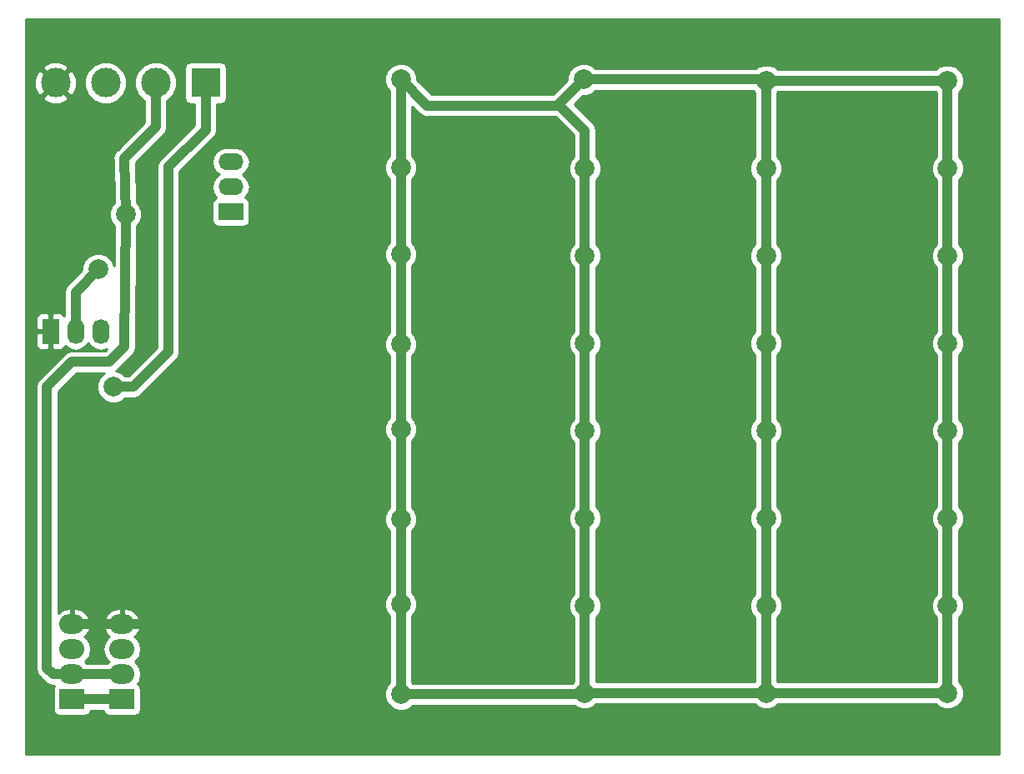
<source format=gbr>
G04 #@! TF.GenerationSoftware,KiCad,Pcbnew,5.0.0-fee4fd1~66~ubuntu18.04.1*
G04 #@! TF.CreationDate,2018-10-08T14:25:46+08:00*
G04 #@! TF.ProjectId,ws2812-stm32-interface,7773323831322D73746D33322D696E74,rev?*
G04 #@! TF.SameCoordinates,Original*
G04 #@! TF.FileFunction,Copper,L2,Bot,Signal*
G04 #@! TF.FilePolarity,Positive*
%FSLAX46Y46*%
G04 Gerber Fmt 4.6, Leading zero omitted, Abs format (unit mm)*
G04 Created by KiCad (PCBNEW 5.0.0-fee4fd1~66~ubuntu18.04.1) date Mon Oct  8 14:25:46 2018*
%MOMM*%
%LPD*%
G01*
G04 APERTURE LIST*
G04 #@! TA.AperFunction,ComponentPad*
%ADD10O,2.540000X1.700000*%
G04 #@! TD*
G04 #@! TA.AperFunction,ComponentPad*
%ADD11R,2.500000X1.700000*%
G04 #@! TD*
G04 #@! TA.AperFunction,ComponentPad*
%ADD12R,2.540000X2.000000*%
G04 #@! TD*
G04 #@! TA.AperFunction,ComponentPad*
%ADD13O,2.540000X2.000000*%
G04 #@! TD*
G04 #@! TA.AperFunction,ComponentPad*
%ADD14C,3.000000*%
G04 #@! TD*
G04 #@! TA.AperFunction,ComponentPad*
%ADD15R,3.000000X3.000000*%
G04 #@! TD*
G04 #@! TA.AperFunction,ComponentPad*
%ADD16O,1.700000X2.540000*%
G04 #@! TD*
G04 #@! TA.AperFunction,ComponentPad*
%ADD17R,1.700000X2.500000*%
G04 #@! TD*
G04 #@! TA.AperFunction,ViaPad*
%ADD18C,2.000000*%
G04 #@! TD*
G04 #@! TA.AperFunction,Conductor*
%ADD19C,1.000000*%
G04 #@! TD*
G04 #@! TA.AperFunction,Conductor*
%ADD20C,0.254000*%
G04 #@! TD*
G04 APERTURE END LIST*
D10*
G04 #@! TO.P,JP1,3*
G04 #@! TO.N,/PWM_TO_LED*
X35814000Y-29210000D03*
G04 #@! TO.P,JP1,2*
G04 #@! TO.N,/led_array/WS2812_DIN*
X35814000Y-31750000D03*
D11*
G04 #@! TO.P,JP1,1*
G04 #@! TO.N,Net-(J4-Pad3)*
X35814000Y-34290000D03*
G04 #@! TD*
D12*
G04 #@! TO.P,J3,1*
G04 #@! TO.N,V_EXT_LED*
X19685000Y-83820000D03*
D13*
G04 #@! TO.P,J3,2*
G04 #@! TO.N,VCC*
X19685000Y-81280000D03*
G04 #@! TO.P,J3,3*
G04 #@! TO.N,/led_array/WS2812_DOUT*
X19685000Y-78740000D03*
G04 #@! TO.P,J3,4*
G04 #@! TO.N,GND*
X19685000Y-76200000D03*
G04 #@! TD*
G04 #@! TO.P,J4,4*
G04 #@! TO.N,GND*
X24765000Y-76200000D03*
G04 #@! TO.P,J4,3*
G04 #@! TO.N,Net-(J4-Pad3)*
X24765000Y-78740000D03*
G04 #@! TO.P,J4,2*
G04 #@! TO.N,VCC*
X24765000Y-81280000D03*
D12*
G04 #@! TO.P,J4,1*
G04 #@! TO.N,V_EXT_LED*
X24765000Y-83820000D03*
G04 #@! TD*
D14*
G04 #@! TO.P,J2,4*
G04 #@! TO.N,GND*
X18020760Y-21174571D03*
D15*
G04 #@! TO.P,J2,1*
G04 #@! TO.N,V_EXT_LED*
X33260760Y-21174571D03*
D14*
G04 #@! TO.P,J2,3*
G04 #@! TO.N,/PWM_TO_LED*
X23100760Y-21174571D03*
G04 #@! TO.P,J2,2*
G04 #@! TO.N,VCC*
X28180760Y-21174571D03*
G04 #@! TD*
D16*
G04 #@! TO.P,J1,3*
G04 #@! TO.N,/MCU_LED_PWM*
X22590760Y-46424571D03*
G04 #@! TO.P,J1,2*
G04 #@! TO.N,+5V*
X20050760Y-46424571D03*
D17*
G04 #@! TO.P,J1,1*
G04 #@! TO.N,GND*
X17510760Y-46424571D03*
G04 #@! TD*
D18*
G04 #@! TO.N,+5V*
X22352000Y-40132000D03*
G04 #@! TO.N,GND*
X43942000Y-20828000D03*
X62230000Y-20828000D03*
X43942000Y-29972000D03*
X43942000Y-83312000D03*
X43942000Y-74676000D03*
X43942000Y-65532000D03*
X43942000Y-56388000D03*
X43942000Y-47752000D03*
X43942000Y-38608000D03*
X62230000Y-56515000D03*
X80645000Y-56515000D03*
X99060000Y-56515000D03*
X62230000Y-38735000D03*
X80645000Y-38735000D03*
X99060000Y-38735000D03*
X62230000Y-74295000D03*
X80645000Y-74295000D03*
X99060000Y-74295000D03*
G04 #@! TO.N,VCC*
X71628000Y-20828000D03*
X53086000Y-20828000D03*
X53086000Y-29754285D03*
X53086000Y-83312000D03*
X53086000Y-38608000D03*
X53086000Y-47752000D03*
X53086000Y-56388000D03*
X53086000Y-65532000D03*
X53086000Y-74168000D03*
X71755000Y-29845000D03*
X71755000Y-38735000D03*
X71755000Y-47625000D03*
X71755000Y-56515000D03*
X71755000Y-65405000D03*
X71755000Y-74295000D03*
X71755000Y-83185000D03*
X90170000Y-20955000D03*
X108585000Y-20955000D03*
X90170000Y-29845000D03*
X90170000Y-38735000D03*
X90170000Y-47625000D03*
X90170000Y-56515000D03*
X90170000Y-65405000D03*
X90170000Y-74295000D03*
X90170000Y-83185000D03*
X108585000Y-29845000D03*
X108585000Y-38735000D03*
X108585000Y-47625000D03*
X108585000Y-56515000D03*
X108585000Y-65405000D03*
X108585000Y-74295000D03*
X108585000Y-83185000D03*
X25146000Y-34544000D03*
G04 #@! TO.N,V_EXT_LED*
X23876000Y-52070000D03*
G04 #@! TD*
D19*
G04 #@! TO.N,+5V*
X20050760Y-42433240D02*
X22352000Y-40132000D01*
X20050760Y-46424571D02*
X20050760Y-42433240D01*
G04 #@! TO.N,GND*
X43942000Y-20828000D02*
X43942000Y-18796000D01*
X43942000Y-18796000D02*
X44450000Y-18288000D01*
X62230000Y-18796000D02*
X62230000Y-20828000D01*
X43942000Y-20828000D02*
X43942000Y-29972000D01*
X43942000Y-74676000D02*
X43942000Y-83312000D01*
X43942000Y-65532000D02*
X43942000Y-74676000D01*
X43942000Y-56388000D02*
X43942000Y-65532000D01*
X43942000Y-47752000D02*
X43942000Y-56388000D01*
X43942000Y-29972000D02*
X43942000Y-38608000D01*
X43942000Y-38608000D02*
X43942000Y-47752000D01*
X30226000Y-83312000D02*
X43942000Y-83312000D01*
X28194000Y-81280000D02*
X30226000Y-83312000D01*
X62230000Y-20828000D02*
X62230000Y-18288000D01*
X62230000Y-18288000D02*
X61214000Y-17272000D01*
X45466000Y-17272000D02*
X43942000Y-18796000D01*
X61214000Y-17272000D02*
X45466000Y-17272000D01*
X19685000Y-76200000D02*
X24765000Y-76200000D01*
X26924000Y-76200000D02*
X28194000Y-77470000D01*
X24765000Y-76200000D02*
X26924000Y-76200000D01*
X28194000Y-77470000D02*
X28194000Y-81280000D01*
X23114000Y-76200000D02*
X20574000Y-76200000D01*
G04 #@! TO.N,VCC*
X53086000Y-20828000D02*
X53086000Y-22860000D01*
X53086000Y-20828000D02*
X53086000Y-29754285D01*
X53086000Y-29754285D02*
X53086000Y-38608000D01*
X53086000Y-38608000D02*
X53086000Y-47752000D01*
X53086000Y-47752000D02*
X53086000Y-56388000D01*
X53086000Y-56388000D02*
X53086000Y-65532000D01*
X53086000Y-65532000D02*
X53086000Y-74168000D01*
X53086000Y-74168000D02*
X53086000Y-83312000D01*
X71628000Y-29718000D02*
X71755000Y-29845000D01*
X55753000Y-23495000D02*
X53086000Y-20828000D01*
X71755000Y-29845000D02*
X71755000Y-38735000D01*
X71755000Y-38735000D02*
X71755000Y-47625000D01*
X71755000Y-47625000D02*
X71755000Y-56515000D01*
X71755000Y-56515000D02*
X71755000Y-65405000D01*
X71755000Y-65405000D02*
X71755000Y-74295000D01*
X71755000Y-74295000D02*
X71755000Y-83185000D01*
X68961000Y-23495000D02*
X71628000Y-20828000D01*
X64770000Y-23495000D02*
X68961000Y-23495000D01*
X64770000Y-23495000D02*
X55753000Y-23495000D01*
X69215000Y-23495000D02*
X71755000Y-26035000D01*
X64770000Y-23495000D02*
X69215000Y-23495000D01*
X71755000Y-29845000D02*
X71755000Y-26035000D01*
X71628000Y-20828000D02*
X90043000Y-20828000D01*
X90043000Y-20828000D02*
X90170000Y-20955000D01*
X90170000Y-20955000D02*
X108585000Y-20955000D01*
X90170000Y-20955000D02*
X90170000Y-29845000D01*
X90170000Y-29845000D02*
X90170000Y-38735000D01*
X90170000Y-38735000D02*
X90170000Y-47625000D01*
X90170000Y-47625000D02*
X90170000Y-56515000D01*
X90170000Y-56515000D02*
X90170000Y-65405000D01*
X90170000Y-65405000D02*
X90170000Y-74295000D01*
X90170000Y-74295000D02*
X90170000Y-83185000D01*
X108585000Y-20955000D02*
X108585000Y-29845000D01*
X108585000Y-29845000D02*
X108585000Y-38735000D01*
X108585000Y-38735000D02*
X108585000Y-47625000D01*
X108585000Y-47625000D02*
X108585000Y-56515000D01*
X108585000Y-56515000D02*
X108585000Y-65405000D01*
X108585000Y-65405000D02*
X108585000Y-74295000D01*
X108585000Y-74295000D02*
X108585000Y-83185000D01*
X71628000Y-83312000D02*
X71755000Y-83185000D01*
X53086000Y-83312000D02*
X71628000Y-83312000D01*
X71755000Y-83185000D02*
X90170000Y-83185000D01*
X90170000Y-83185000D02*
X108585000Y-83185000D01*
X19685000Y-81280000D02*
X24765000Y-81280000D01*
X17780000Y-81280000D02*
X19685000Y-81280000D01*
X17145000Y-80645000D02*
X17780000Y-81280000D01*
X17145000Y-52070000D02*
X17145000Y-80645000D01*
X19685000Y-49530000D02*
X17145000Y-52070000D01*
X25010760Y-48014240D02*
X23495000Y-49530000D01*
X25146000Y-34544000D02*
X25010760Y-28824000D01*
X25010760Y-28824000D02*
X28180760Y-25654000D01*
X28180760Y-25654000D02*
X28180760Y-21174571D01*
X23495000Y-49530000D02*
X19685000Y-49530000D01*
X25146000Y-34544000D02*
X25010760Y-48014240D01*
G04 #@! TO.N,V_EXT_LED*
X19685000Y-83820000D02*
X24765000Y-83820000D01*
X29464000Y-48514000D02*
X25908000Y-52070000D01*
X29464000Y-29718000D02*
X29464000Y-48514000D01*
X33260760Y-21174571D02*
X33260760Y-25921240D01*
X25908000Y-52070000D02*
X23876000Y-52070000D01*
X33260760Y-25921240D02*
X29464000Y-29718000D01*
G04 #@! TD*
D20*
G04 #@! TO.N,GND*
G36*
X113792000Y-89408000D02*
X14986000Y-89408000D01*
X14986000Y-52070000D01*
X15987765Y-52070000D01*
X16010000Y-52181783D01*
X16010001Y-80533212D01*
X15987765Y-80645000D01*
X16075854Y-81087854D01*
X16075855Y-81087855D01*
X16326712Y-81463289D01*
X16421480Y-81526611D01*
X16898387Y-82003518D01*
X16961711Y-82098289D01*
X17337145Y-82349146D01*
X17780000Y-82437235D01*
X17891783Y-82415000D01*
X17921905Y-82415000D01*
X17816843Y-82572235D01*
X17767560Y-82820000D01*
X17767560Y-84820000D01*
X17816843Y-85067765D01*
X17957191Y-85277809D01*
X18167235Y-85418157D01*
X18415000Y-85467440D01*
X20955000Y-85467440D01*
X21202765Y-85418157D01*
X21412809Y-85277809D01*
X21553157Y-85067765D01*
X21575587Y-84955000D01*
X22874413Y-84955000D01*
X22896843Y-85067765D01*
X23037191Y-85277809D01*
X23247235Y-85418157D01*
X23495000Y-85467440D01*
X26035000Y-85467440D01*
X26282765Y-85418157D01*
X26492809Y-85277809D01*
X26633157Y-85067765D01*
X26682440Y-84820000D01*
X26682440Y-82820000D01*
X26633157Y-82572235D01*
X26492809Y-82362191D01*
X26344511Y-82263100D01*
X26575136Y-81917945D01*
X26702031Y-81280000D01*
X26575136Y-80642055D01*
X26213769Y-80101231D01*
X26077232Y-80010000D01*
X26213769Y-79918769D01*
X26575136Y-79377945D01*
X26702031Y-78740000D01*
X26575136Y-78102055D01*
X26213769Y-77561231D01*
X26047371Y-77450048D01*
X26280922Y-77266317D01*
X26594144Y-76708355D01*
X26625124Y-76580434D01*
X26505777Y-76327000D01*
X24892000Y-76327000D01*
X24892000Y-76347000D01*
X24638000Y-76347000D01*
X24638000Y-76327000D01*
X23024223Y-76327000D01*
X22904876Y-76580434D01*
X22935856Y-76708355D01*
X23249078Y-77266317D01*
X23482629Y-77450048D01*
X23316231Y-77561231D01*
X22954864Y-78102055D01*
X22827969Y-78740000D01*
X22954864Y-79377945D01*
X23316231Y-79918769D01*
X23452768Y-80010000D01*
X23316231Y-80101231D01*
X23286985Y-80145000D01*
X21163015Y-80145000D01*
X21133769Y-80101231D01*
X20997232Y-80010000D01*
X21133769Y-79918769D01*
X21495136Y-79377945D01*
X21622031Y-78740000D01*
X21495136Y-78102055D01*
X21133769Y-77561231D01*
X20967371Y-77450048D01*
X21200922Y-77266317D01*
X21514144Y-76708355D01*
X21545124Y-76580434D01*
X21425777Y-76327000D01*
X19812000Y-76327000D01*
X19812000Y-76347000D01*
X19558000Y-76347000D01*
X19558000Y-76327000D01*
X19538000Y-76327000D01*
X19538000Y-76073000D01*
X19558000Y-76073000D01*
X19558000Y-74565000D01*
X19812000Y-74565000D01*
X19812000Y-76073000D01*
X21425777Y-76073000D01*
X21545124Y-75819566D01*
X22904876Y-75819566D01*
X23024223Y-76073000D01*
X24638000Y-76073000D01*
X24638000Y-74565000D01*
X24892000Y-74565000D01*
X24892000Y-76073000D01*
X26505777Y-76073000D01*
X26625124Y-75819566D01*
X26594144Y-75691645D01*
X26280922Y-75133683D01*
X25778020Y-74738058D01*
X25162000Y-74565000D01*
X24892000Y-74565000D01*
X24638000Y-74565000D01*
X24368000Y-74565000D01*
X23751980Y-74738058D01*
X23249078Y-75133683D01*
X22935856Y-75691645D01*
X22904876Y-75819566D01*
X21545124Y-75819566D01*
X21514144Y-75691645D01*
X21200922Y-75133683D01*
X20698020Y-74738058D01*
X20082000Y-74565000D01*
X19812000Y-74565000D01*
X19558000Y-74565000D01*
X19288000Y-74565000D01*
X18671980Y-74738058D01*
X18280000Y-75046422D01*
X18280000Y-52540131D01*
X20155132Y-50665000D01*
X22995509Y-50665000D01*
X22949847Y-50683914D01*
X22489914Y-51143847D01*
X22241000Y-51744778D01*
X22241000Y-52395222D01*
X22489914Y-52996153D01*
X22949847Y-53456086D01*
X23550778Y-53705000D01*
X24201222Y-53705000D01*
X24802153Y-53456086D01*
X25053239Y-53205000D01*
X25796217Y-53205000D01*
X25908000Y-53227235D01*
X26019783Y-53205000D01*
X26350855Y-53139146D01*
X26726289Y-52888289D01*
X26789613Y-52793518D01*
X30187521Y-49395611D01*
X30282289Y-49332289D01*
X30533146Y-48956855D01*
X30599000Y-48625783D01*
X30621235Y-48514001D01*
X30599000Y-48402219D01*
X30599000Y-30188131D01*
X31577131Y-29210000D01*
X33879908Y-29210000D01*
X33995161Y-29789418D01*
X34323375Y-30280625D01*
X34621761Y-30480000D01*
X34323375Y-30679375D01*
X33995161Y-31170582D01*
X33879908Y-31750000D01*
X33995161Y-32329418D01*
X34323375Y-32820625D01*
X34346207Y-32835881D01*
X34316235Y-32841843D01*
X34106191Y-32982191D01*
X33965843Y-33192235D01*
X33916560Y-33440000D01*
X33916560Y-35140000D01*
X33965843Y-35387765D01*
X34106191Y-35597809D01*
X34316235Y-35738157D01*
X34564000Y-35787440D01*
X37064000Y-35787440D01*
X37311765Y-35738157D01*
X37521809Y-35597809D01*
X37662157Y-35387765D01*
X37711440Y-35140000D01*
X37711440Y-33440000D01*
X37662157Y-33192235D01*
X37521809Y-32982191D01*
X37311765Y-32841843D01*
X37281793Y-32835881D01*
X37304625Y-32820625D01*
X37632839Y-32329418D01*
X37748092Y-31750000D01*
X37632839Y-31170582D01*
X37304625Y-30679375D01*
X37006239Y-30480000D01*
X37304625Y-30280625D01*
X37632839Y-29789418D01*
X37748092Y-29210000D01*
X37632839Y-28630582D01*
X37304625Y-28139375D01*
X36813418Y-27811161D01*
X36380256Y-27725000D01*
X35247744Y-27725000D01*
X34814582Y-27811161D01*
X34323375Y-28139375D01*
X33995161Y-28630582D01*
X33879908Y-29210000D01*
X31577131Y-29210000D01*
X33984284Y-26802849D01*
X34079049Y-26739529D01*
X34329906Y-26364095D01*
X34395760Y-26033023D01*
X34417995Y-25921241D01*
X34395760Y-25809459D01*
X34395760Y-23322011D01*
X34760760Y-23322011D01*
X35008525Y-23272728D01*
X35218569Y-23132380D01*
X35358917Y-22922336D01*
X35408200Y-22674571D01*
X35408200Y-20502778D01*
X51451000Y-20502778D01*
X51451000Y-21153222D01*
X51699914Y-21754153D01*
X51951000Y-22005239D01*
X51951001Y-28577045D01*
X51699914Y-28828132D01*
X51451000Y-29429063D01*
X51451000Y-30079507D01*
X51699914Y-30680438D01*
X51951000Y-30931524D01*
X51951001Y-37430760D01*
X51699914Y-37681847D01*
X51451000Y-38282778D01*
X51451000Y-38933222D01*
X51699914Y-39534153D01*
X51951000Y-39785239D01*
X51951001Y-46574760D01*
X51699914Y-46825847D01*
X51451000Y-47426778D01*
X51451000Y-48077222D01*
X51699914Y-48678153D01*
X51951000Y-48929239D01*
X51951001Y-55210760D01*
X51699914Y-55461847D01*
X51451000Y-56062778D01*
X51451000Y-56713222D01*
X51699914Y-57314153D01*
X51951000Y-57565239D01*
X51951001Y-64354760D01*
X51699914Y-64605847D01*
X51451000Y-65206778D01*
X51451000Y-65857222D01*
X51699914Y-66458153D01*
X51951000Y-66709239D01*
X51951001Y-72990760D01*
X51699914Y-73241847D01*
X51451000Y-73842778D01*
X51451000Y-74493222D01*
X51699914Y-75094153D01*
X51951000Y-75345239D01*
X51951001Y-82134760D01*
X51699914Y-82385847D01*
X51451000Y-82986778D01*
X51451000Y-83637222D01*
X51699914Y-84238153D01*
X52159847Y-84698086D01*
X52760778Y-84947000D01*
X53411222Y-84947000D01*
X54012153Y-84698086D01*
X54263239Y-84447000D01*
X70704761Y-84447000D01*
X70828847Y-84571086D01*
X71429778Y-84820000D01*
X72080222Y-84820000D01*
X72681153Y-84571086D01*
X72932239Y-84320000D01*
X88992761Y-84320000D01*
X89243847Y-84571086D01*
X89844778Y-84820000D01*
X90495222Y-84820000D01*
X91096153Y-84571086D01*
X91347239Y-84320000D01*
X107407761Y-84320000D01*
X107658847Y-84571086D01*
X108259778Y-84820000D01*
X108910222Y-84820000D01*
X109511153Y-84571086D01*
X109971086Y-84111153D01*
X110220000Y-83510222D01*
X110220000Y-82859778D01*
X109971086Y-82258847D01*
X109720000Y-82007761D01*
X109720000Y-75472239D01*
X109971086Y-75221153D01*
X110220000Y-74620222D01*
X110220000Y-73969778D01*
X109971086Y-73368847D01*
X109720000Y-73117761D01*
X109720000Y-66582239D01*
X109971086Y-66331153D01*
X110220000Y-65730222D01*
X110220000Y-65079778D01*
X109971086Y-64478847D01*
X109720000Y-64227761D01*
X109720000Y-57692239D01*
X109971086Y-57441153D01*
X110220000Y-56840222D01*
X110220000Y-56189778D01*
X109971086Y-55588847D01*
X109720000Y-55337761D01*
X109720000Y-48802239D01*
X109971086Y-48551153D01*
X110220000Y-47950222D01*
X110220000Y-47299778D01*
X109971086Y-46698847D01*
X109720000Y-46447761D01*
X109720000Y-39912239D01*
X109971086Y-39661153D01*
X110220000Y-39060222D01*
X110220000Y-38409778D01*
X109971086Y-37808847D01*
X109720000Y-37557761D01*
X109720000Y-31022239D01*
X109971086Y-30771153D01*
X110220000Y-30170222D01*
X110220000Y-29519778D01*
X109971086Y-28918847D01*
X109720000Y-28667761D01*
X109720000Y-22132239D01*
X109971086Y-21881153D01*
X110220000Y-21280222D01*
X110220000Y-20629778D01*
X109971086Y-20028847D01*
X109511153Y-19568914D01*
X108910222Y-19320000D01*
X108259778Y-19320000D01*
X107658847Y-19568914D01*
X107407761Y-19820000D01*
X91347239Y-19820000D01*
X91096153Y-19568914D01*
X90495222Y-19320000D01*
X89844778Y-19320000D01*
X89243847Y-19568914D01*
X89119761Y-19693000D01*
X72805239Y-19693000D01*
X72554153Y-19441914D01*
X71953222Y-19193000D01*
X71302778Y-19193000D01*
X70701847Y-19441914D01*
X70241914Y-19901847D01*
X69993000Y-20502778D01*
X69993000Y-20857868D01*
X68490869Y-22360000D01*
X56223133Y-22360000D01*
X54721000Y-20857868D01*
X54721000Y-20502778D01*
X54472086Y-19901847D01*
X54012153Y-19441914D01*
X53411222Y-19193000D01*
X52760778Y-19193000D01*
X52159847Y-19441914D01*
X51699914Y-19901847D01*
X51451000Y-20502778D01*
X35408200Y-20502778D01*
X35408200Y-19674571D01*
X35358917Y-19426806D01*
X35218569Y-19216762D01*
X35008525Y-19076414D01*
X34760760Y-19027131D01*
X31760760Y-19027131D01*
X31512995Y-19076414D01*
X31302951Y-19216762D01*
X31162603Y-19426806D01*
X31113320Y-19674571D01*
X31113320Y-22674571D01*
X31162603Y-22922336D01*
X31302951Y-23132380D01*
X31512995Y-23272728D01*
X31760760Y-23322011D01*
X32125760Y-23322011D01*
X32125761Y-25451106D01*
X28740482Y-28836387D01*
X28645711Y-28899711D01*
X28438383Y-29210000D01*
X28394854Y-29275146D01*
X28306765Y-29718000D01*
X28329000Y-29829783D01*
X28329001Y-48043867D01*
X25437869Y-50935000D01*
X25053239Y-50935000D01*
X24802153Y-50683914D01*
X24201222Y-50435000D01*
X24183517Y-50435000D01*
X24313289Y-50348289D01*
X24376613Y-50253518D01*
X25730214Y-48899918D01*
X25820792Y-48840702D01*
X25888302Y-48741830D01*
X25892368Y-48737764D01*
X25951302Y-48649564D01*
X26075406Y-48467806D01*
X26076619Y-48462013D01*
X26079905Y-48457095D01*
X26122840Y-48241247D01*
X26144580Y-48137412D01*
X26144638Y-48131665D01*
X26167995Y-48014241D01*
X26146882Y-47908101D01*
X26269118Y-35733121D01*
X26532086Y-35470153D01*
X26781000Y-34869222D01*
X26781000Y-34218778D01*
X26532086Y-33617847D01*
X26252817Y-33338578D01*
X26156928Y-29282963D01*
X28904281Y-26535610D01*
X28999049Y-26472289D01*
X29249906Y-26096855D01*
X29315760Y-25765783D01*
X29315760Y-25765782D01*
X29337995Y-25654000D01*
X29315760Y-25542217D01*
X29315760Y-23015346D01*
X29390140Y-22984537D01*
X29990726Y-22383951D01*
X30315760Y-21599249D01*
X30315760Y-20749893D01*
X29990726Y-19965191D01*
X29390140Y-19364605D01*
X28605438Y-19039571D01*
X27756082Y-19039571D01*
X26971380Y-19364605D01*
X26370794Y-19965191D01*
X26045760Y-20749893D01*
X26045760Y-21599249D01*
X26370794Y-22383951D01*
X26971380Y-22984537D01*
X27045761Y-23015346D01*
X27045760Y-25183868D01*
X24277672Y-27951957D01*
X24173358Y-28025282D01*
X24059580Y-28204598D01*
X23941614Y-28381146D01*
X23938899Y-28394793D01*
X23931446Y-28406540D01*
X23894955Y-28615716D01*
X23853525Y-28824000D01*
X23878400Y-28949053D01*
X23983500Y-33394261D01*
X23759914Y-33617847D01*
X23511000Y-34218778D01*
X23511000Y-34869222D01*
X23759914Y-35470153D01*
X23999242Y-35709481D01*
X23958789Y-39738671D01*
X23738086Y-39205847D01*
X23278153Y-38745914D01*
X22677222Y-38497000D01*
X22026778Y-38497000D01*
X21425847Y-38745914D01*
X20965914Y-39205847D01*
X20717000Y-39806778D01*
X20717000Y-40161868D01*
X19327240Y-41551629D01*
X19232472Y-41614951D01*
X19046845Y-41892762D01*
X18981614Y-41990386D01*
X18893525Y-42433240D01*
X18915761Y-42545028D01*
X18915760Y-44855126D01*
X18899087Y-44814873D01*
X18720459Y-44636244D01*
X18487070Y-44539571D01*
X17796510Y-44539571D01*
X17637760Y-44698321D01*
X17637760Y-46297571D01*
X17657760Y-46297571D01*
X17657760Y-46551571D01*
X17637760Y-46551571D01*
X17637760Y-48150821D01*
X17796510Y-48309571D01*
X18487070Y-48309571D01*
X18720459Y-48212898D01*
X18899087Y-48034269D01*
X18960550Y-47885884D01*
X18980136Y-47915196D01*
X19471343Y-48243410D01*
X20050760Y-48358663D01*
X20630178Y-48243410D01*
X21121385Y-47915196D01*
X21320760Y-47616810D01*
X21520136Y-47915196D01*
X22011343Y-48243410D01*
X22590760Y-48358663D01*
X23170178Y-48243410D01*
X23189106Y-48230763D01*
X23024869Y-48395000D01*
X19796781Y-48395000D01*
X19684999Y-48372765D01*
X19573217Y-48395000D01*
X19242145Y-48460854D01*
X18866711Y-48711711D01*
X18803389Y-48806479D01*
X16421482Y-51188387D01*
X16326711Y-51251711D01*
X16075855Y-51627145D01*
X16075854Y-51627146D01*
X15987765Y-52070000D01*
X14986000Y-52070000D01*
X14986000Y-46710321D01*
X16025760Y-46710321D01*
X16025760Y-47800880D01*
X16122433Y-48034269D01*
X16301061Y-48212898D01*
X16534450Y-48309571D01*
X17225010Y-48309571D01*
X17383760Y-48150821D01*
X17383760Y-46551571D01*
X16184510Y-46551571D01*
X16025760Y-46710321D01*
X14986000Y-46710321D01*
X14986000Y-45048262D01*
X16025760Y-45048262D01*
X16025760Y-46138821D01*
X16184510Y-46297571D01*
X17383760Y-46297571D01*
X17383760Y-44698321D01*
X17225010Y-44539571D01*
X16534450Y-44539571D01*
X16301061Y-44636244D01*
X16122433Y-44814873D01*
X16025760Y-45048262D01*
X14986000Y-45048262D01*
X14986000Y-22688541D01*
X16686395Y-22688541D01*
X16846178Y-23007310D01*
X17636947Y-23317294D01*
X18486147Y-23301068D01*
X19195342Y-23007310D01*
X19355125Y-22688541D01*
X18020760Y-21354176D01*
X16686395Y-22688541D01*
X14986000Y-22688541D01*
X14986000Y-20790758D01*
X15878037Y-20790758D01*
X15894263Y-21639958D01*
X16188021Y-22349153D01*
X16506790Y-22508936D01*
X17841155Y-21174571D01*
X18200365Y-21174571D01*
X19534730Y-22508936D01*
X19853499Y-22349153D01*
X20163483Y-21558384D01*
X20148035Y-20749893D01*
X20965760Y-20749893D01*
X20965760Y-21599249D01*
X21290794Y-22383951D01*
X21891380Y-22984537D01*
X22676082Y-23309571D01*
X23525438Y-23309571D01*
X24310140Y-22984537D01*
X24910726Y-22383951D01*
X25235760Y-21599249D01*
X25235760Y-20749893D01*
X24910726Y-19965191D01*
X24310140Y-19364605D01*
X23525438Y-19039571D01*
X22676082Y-19039571D01*
X21891380Y-19364605D01*
X21290794Y-19965191D01*
X20965760Y-20749893D01*
X20148035Y-20749893D01*
X20147257Y-20709184D01*
X19853499Y-19999989D01*
X19534730Y-19840206D01*
X18200365Y-21174571D01*
X17841155Y-21174571D01*
X16506790Y-19840206D01*
X16188021Y-19999989D01*
X15878037Y-20790758D01*
X14986000Y-20790758D01*
X14986000Y-19660601D01*
X16686395Y-19660601D01*
X18020760Y-20994966D01*
X19355125Y-19660601D01*
X19195342Y-19341832D01*
X18404573Y-19031848D01*
X17555373Y-19048074D01*
X16846178Y-19341832D01*
X16686395Y-19660601D01*
X14986000Y-19660601D01*
X14986000Y-14732000D01*
X113792000Y-14732000D01*
X113792000Y-89408000D01*
X113792000Y-89408000D01*
G37*
X113792000Y-89408000D02*
X14986000Y-89408000D01*
X14986000Y-52070000D01*
X15987765Y-52070000D01*
X16010000Y-52181783D01*
X16010001Y-80533212D01*
X15987765Y-80645000D01*
X16075854Y-81087854D01*
X16075855Y-81087855D01*
X16326712Y-81463289D01*
X16421480Y-81526611D01*
X16898387Y-82003518D01*
X16961711Y-82098289D01*
X17337145Y-82349146D01*
X17780000Y-82437235D01*
X17891783Y-82415000D01*
X17921905Y-82415000D01*
X17816843Y-82572235D01*
X17767560Y-82820000D01*
X17767560Y-84820000D01*
X17816843Y-85067765D01*
X17957191Y-85277809D01*
X18167235Y-85418157D01*
X18415000Y-85467440D01*
X20955000Y-85467440D01*
X21202765Y-85418157D01*
X21412809Y-85277809D01*
X21553157Y-85067765D01*
X21575587Y-84955000D01*
X22874413Y-84955000D01*
X22896843Y-85067765D01*
X23037191Y-85277809D01*
X23247235Y-85418157D01*
X23495000Y-85467440D01*
X26035000Y-85467440D01*
X26282765Y-85418157D01*
X26492809Y-85277809D01*
X26633157Y-85067765D01*
X26682440Y-84820000D01*
X26682440Y-82820000D01*
X26633157Y-82572235D01*
X26492809Y-82362191D01*
X26344511Y-82263100D01*
X26575136Y-81917945D01*
X26702031Y-81280000D01*
X26575136Y-80642055D01*
X26213769Y-80101231D01*
X26077232Y-80010000D01*
X26213769Y-79918769D01*
X26575136Y-79377945D01*
X26702031Y-78740000D01*
X26575136Y-78102055D01*
X26213769Y-77561231D01*
X26047371Y-77450048D01*
X26280922Y-77266317D01*
X26594144Y-76708355D01*
X26625124Y-76580434D01*
X26505777Y-76327000D01*
X24892000Y-76327000D01*
X24892000Y-76347000D01*
X24638000Y-76347000D01*
X24638000Y-76327000D01*
X23024223Y-76327000D01*
X22904876Y-76580434D01*
X22935856Y-76708355D01*
X23249078Y-77266317D01*
X23482629Y-77450048D01*
X23316231Y-77561231D01*
X22954864Y-78102055D01*
X22827969Y-78740000D01*
X22954864Y-79377945D01*
X23316231Y-79918769D01*
X23452768Y-80010000D01*
X23316231Y-80101231D01*
X23286985Y-80145000D01*
X21163015Y-80145000D01*
X21133769Y-80101231D01*
X20997232Y-80010000D01*
X21133769Y-79918769D01*
X21495136Y-79377945D01*
X21622031Y-78740000D01*
X21495136Y-78102055D01*
X21133769Y-77561231D01*
X20967371Y-77450048D01*
X21200922Y-77266317D01*
X21514144Y-76708355D01*
X21545124Y-76580434D01*
X21425777Y-76327000D01*
X19812000Y-76327000D01*
X19812000Y-76347000D01*
X19558000Y-76347000D01*
X19558000Y-76327000D01*
X19538000Y-76327000D01*
X19538000Y-76073000D01*
X19558000Y-76073000D01*
X19558000Y-74565000D01*
X19812000Y-74565000D01*
X19812000Y-76073000D01*
X21425777Y-76073000D01*
X21545124Y-75819566D01*
X22904876Y-75819566D01*
X23024223Y-76073000D01*
X24638000Y-76073000D01*
X24638000Y-74565000D01*
X24892000Y-74565000D01*
X24892000Y-76073000D01*
X26505777Y-76073000D01*
X26625124Y-75819566D01*
X26594144Y-75691645D01*
X26280922Y-75133683D01*
X25778020Y-74738058D01*
X25162000Y-74565000D01*
X24892000Y-74565000D01*
X24638000Y-74565000D01*
X24368000Y-74565000D01*
X23751980Y-74738058D01*
X23249078Y-75133683D01*
X22935856Y-75691645D01*
X22904876Y-75819566D01*
X21545124Y-75819566D01*
X21514144Y-75691645D01*
X21200922Y-75133683D01*
X20698020Y-74738058D01*
X20082000Y-74565000D01*
X19812000Y-74565000D01*
X19558000Y-74565000D01*
X19288000Y-74565000D01*
X18671980Y-74738058D01*
X18280000Y-75046422D01*
X18280000Y-52540131D01*
X20155132Y-50665000D01*
X22995509Y-50665000D01*
X22949847Y-50683914D01*
X22489914Y-51143847D01*
X22241000Y-51744778D01*
X22241000Y-52395222D01*
X22489914Y-52996153D01*
X22949847Y-53456086D01*
X23550778Y-53705000D01*
X24201222Y-53705000D01*
X24802153Y-53456086D01*
X25053239Y-53205000D01*
X25796217Y-53205000D01*
X25908000Y-53227235D01*
X26019783Y-53205000D01*
X26350855Y-53139146D01*
X26726289Y-52888289D01*
X26789613Y-52793518D01*
X30187521Y-49395611D01*
X30282289Y-49332289D01*
X30533146Y-48956855D01*
X30599000Y-48625783D01*
X30621235Y-48514001D01*
X30599000Y-48402219D01*
X30599000Y-30188131D01*
X31577131Y-29210000D01*
X33879908Y-29210000D01*
X33995161Y-29789418D01*
X34323375Y-30280625D01*
X34621761Y-30480000D01*
X34323375Y-30679375D01*
X33995161Y-31170582D01*
X33879908Y-31750000D01*
X33995161Y-32329418D01*
X34323375Y-32820625D01*
X34346207Y-32835881D01*
X34316235Y-32841843D01*
X34106191Y-32982191D01*
X33965843Y-33192235D01*
X33916560Y-33440000D01*
X33916560Y-35140000D01*
X33965843Y-35387765D01*
X34106191Y-35597809D01*
X34316235Y-35738157D01*
X34564000Y-35787440D01*
X37064000Y-35787440D01*
X37311765Y-35738157D01*
X37521809Y-35597809D01*
X37662157Y-35387765D01*
X37711440Y-35140000D01*
X37711440Y-33440000D01*
X37662157Y-33192235D01*
X37521809Y-32982191D01*
X37311765Y-32841843D01*
X37281793Y-32835881D01*
X37304625Y-32820625D01*
X37632839Y-32329418D01*
X37748092Y-31750000D01*
X37632839Y-31170582D01*
X37304625Y-30679375D01*
X37006239Y-30480000D01*
X37304625Y-30280625D01*
X37632839Y-29789418D01*
X37748092Y-29210000D01*
X37632839Y-28630582D01*
X37304625Y-28139375D01*
X36813418Y-27811161D01*
X36380256Y-27725000D01*
X35247744Y-27725000D01*
X34814582Y-27811161D01*
X34323375Y-28139375D01*
X33995161Y-28630582D01*
X33879908Y-29210000D01*
X31577131Y-29210000D01*
X33984284Y-26802849D01*
X34079049Y-26739529D01*
X34329906Y-26364095D01*
X34395760Y-26033023D01*
X34417995Y-25921241D01*
X34395760Y-25809459D01*
X34395760Y-23322011D01*
X34760760Y-23322011D01*
X35008525Y-23272728D01*
X35218569Y-23132380D01*
X35358917Y-22922336D01*
X35408200Y-22674571D01*
X35408200Y-20502778D01*
X51451000Y-20502778D01*
X51451000Y-21153222D01*
X51699914Y-21754153D01*
X51951000Y-22005239D01*
X51951001Y-28577045D01*
X51699914Y-28828132D01*
X51451000Y-29429063D01*
X51451000Y-30079507D01*
X51699914Y-30680438D01*
X51951000Y-30931524D01*
X51951001Y-37430760D01*
X51699914Y-37681847D01*
X51451000Y-38282778D01*
X51451000Y-38933222D01*
X51699914Y-39534153D01*
X51951000Y-39785239D01*
X51951001Y-46574760D01*
X51699914Y-46825847D01*
X51451000Y-47426778D01*
X51451000Y-48077222D01*
X51699914Y-48678153D01*
X51951000Y-48929239D01*
X51951001Y-55210760D01*
X51699914Y-55461847D01*
X51451000Y-56062778D01*
X51451000Y-56713222D01*
X51699914Y-57314153D01*
X51951000Y-57565239D01*
X51951001Y-64354760D01*
X51699914Y-64605847D01*
X51451000Y-65206778D01*
X51451000Y-65857222D01*
X51699914Y-66458153D01*
X51951000Y-66709239D01*
X51951001Y-72990760D01*
X51699914Y-73241847D01*
X51451000Y-73842778D01*
X51451000Y-74493222D01*
X51699914Y-75094153D01*
X51951000Y-75345239D01*
X51951001Y-82134760D01*
X51699914Y-82385847D01*
X51451000Y-82986778D01*
X51451000Y-83637222D01*
X51699914Y-84238153D01*
X52159847Y-84698086D01*
X52760778Y-84947000D01*
X53411222Y-84947000D01*
X54012153Y-84698086D01*
X54263239Y-84447000D01*
X70704761Y-84447000D01*
X70828847Y-84571086D01*
X71429778Y-84820000D01*
X72080222Y-84820000D01*
X72681153Y-84571086D01*
X72932239Y-84320000D01*
X88992761Y-84320000D01*
X89243847Y-84571086D01*
X89844778Y-84820000D01*
X90495222Y-84820000D01*
X91096153Y-84571086D01*
X91347239Y-84320000D01*
X107407761Y-84320000D01*
X107658847Y-84571086D01*
X108259778Y-84820000D01*
X108910222Y-84820000D01*
X109511153Y-84571086D01*
X109971086Y-84111153D01*
X110220000Y-83510222D01*
X110220000Y-82859778D01*
X109971086Y-82258847D01*
X109720000Y-82007761D01*
X109720000Y-75472239D01*
X109971086Y-75221153D01*
X110220000Y-74620222D01*
X110220000Y-73969778D01*
X109971086Y-73368847D01*
X109720000Y-73117761D01*
X109720000Y-66582239D01*
X109971086Y-66331153D01*
X110220000Y-65730222D01*
X110220000Y-65079778D01*
X109971086Y-64478847D01*
X109720000Y-64227761D01*
X109720000Y-57692239D01*
X109971086Y-57441153D01*
X110220000Y-56840222D01*
X110220000Y-56189778D01*
X109971086Y-55588847D01*
X109720000Y-55337761D01*
X109720000Y-48802239D01*
X109971086Y-48551153D01*
X110220000Y-47950222D01*
X110220000Y-47299778D01*
X109971086Y-46698847D01*
X109720000Y-46447761D01*
X109720000Y-39912239D01*
X109971086Y-39661153D01*
X110220000Y-39060222D01*
X110220000Y-38409778D01*
X109971086Y-37808847D01*
X109720000Y-37557761D01*
X109720000Y-31022239D01*
X109971086Y-30771153D01*
X110220000Y-30170222D01*
X110220000Y-29519778D01*
X109971086Y-28918847D01*
X109720000Y-28667761D01*
X109720000Y-22132239D01*
X109971086Y-21881153D01*
X110220000Y-21280222D01*
X110220000Y-20629778D01*
X109971086Y-20028847D01*
X109511153Y-19568914D01*
X108910222Y-19320000D01*
X108259778Y-19320000D01*
X107658847Y-19568914D01*
X107407761Y-19820000D01*
X91347239Y-19820000D01*
X91096153Y-19568914D01*
X90495222Y-19320000D01*
X89844778Y-19320000D01*
X89243847Y-19568914D01*
X89119761Y-19693000D01*
X72805239Y-19693000D01*
X72554153Y-19441914D01*
X71953222Y-19193000D01*
X71302778Y-19193000D01*
X70701847Y-19441914D01*
X70241914Y-19901847D01*
X69993000Y-20502778D01*
X69993000Y-20857868D01*
X68490869Y-22360000D01*
X56223133Y-22360000D01*
X54721000Y-20857868D01*
X54721000Y-20502778D01*
X54472086Y-19901847D01*
X54012153Y-19441914D01*
X53411222Y-19193000D01*
X52760778Y-19193000D01*
X52159847Y-19441914D01*
X51699914Y-19901847D01*
X51451000Y-20502778D01*
X35408200Y-20502778D01*
X35408200Y-19674571D01*
X35358917Y-19426806D01*
X35218569Y-19216762D01*
X35008525Y-19076414D01*
X34760760Y-19027131D01*
X31760760Y-19027131D01*
X31512995Y-19076414D01*
X31302951Y-19216762D01*
X31162603Y-19426806D01*
X31113320Y-19674571D01*
X31113320Y-22674571D01*
X31162603Y-22922336D01*
X31302951Y-23132380D01*
X31512995Y-23272728D01*
X31760760Y-23322011D01*
X32125760Y-23322011D01*
X32125761Y-25451106D01*
X28740482Y-28836387D01*
X28645711Y-28899711D01*
X28438383Y-29210000D01*
X28394854Y-29275146D01*
X28306765Y-29718000D01*
X28329000Y-29829783D01*
X28329001Y-48043867D01*
X25437869Y-50935000D01*
X25053239Y-50935000D01*
X24802153Y-50683914D01*
X24201222Y-50435000D01*
X24183517Y-50435000D01*
X24313289Y-50348289D01*
X24376613Y-50253518D01*
X25730214Y-48899918D01*
X25820792Y-48840702D01*
X25888302Y-48741830D01*
X25892368Y-48737764D01*
X25951302Y-48649564D01*
X26075406Y-48467806D01*
X26076619Y-48462013D01*
X26079905Y-48457095D01*
X26122840Y-48241247D01*
X26144580Y-48137412D01*
X26144638Y-48131665D01*
X26167995Y-48014241D01*
X26146882Y-47908101D01*
X26269118Y-35733121D01*
X26532086Y-35470153D01*
X26781000Y-34869222D01*
X26781000Y-34218778D01*
X26532086Y-33617847D01*
X26252817Y-33338578D01*
X26156928Y-29282963D01*
X28904281Y-26535610D01*
X28999049Y-26472289D01*
X29249906Y-26096855D01*
X29315760Y-25765783D01*
X29315760Y-25765782D01*
X29337995Y-25654000D01*
X29315760Y-25542217D01*
X29315760Y-23015346D01*
X29390140Y-22984537D01*
X29990726Y-22383951D01*
X30315760Y-21599249D01*
X30315760Y-20749893D01*
X29990726Y-19965191D01*
X29390140Y-19364605D01*
X28605438Y-19039571D01*
X27756082Y-19039571D01*
X26971380Y-19364605D01*
X26370794Y-19965191D01*
X26045760Y-20749893D01*
X26045760Y-21599249D01*
X26370794Y-22383951D01*
X26971380Y-22984537D01*
X27045761Y-23015346D01*
X27045760Y-25183868D01*
X24277672Y-27951957D01*
X24173358Y-28025282D01*
X24059580Y-28204598D01*
X23941614Y-28381146D01*
X23938899Y-28394793D01*
X23931446Y-28406540D01*
X23894955Y-28615716D01*
X23853525Y-28824000D01*
X23878400Y-28949053D01*
X23983500Y-33394261D01*
X23759914Y-33617847D01*
X23511000Y-34218778D01*
X23511000Y-34869222D01*
X23759914Y-35470153D01*
X23999242Y-35709481D01*
X23958789Y-39738671D01*
X23738086Y-39205847D01*
X23278153Y-38745914D01*
X22677222Y-38497000D01*
X22026778Y-38497000D01*
X21425847Y-38745914D01*
X20965914Y-39205847D01*
X20717000Y-39806778D01*
X20717000Y-40161868D01*
X19327240Y-41551629D01*
X19232472Y-41614951D01*
X19046845Y-41892762D01*
X18981614Y-41990386D01*
X18893525Y-42433240D01*
X18915761Y-42545028D01*
X18915760Y-44855126D01*
X18899087Y-44814873D01*
X18720459Y-44636244D01*
X18487070Y-44539571D01*
X17796510Y-44539571D01*
X17637760Y-44698321D01*
X17637760Y-46297571D01*
X17657760Y-46297571D01*
X17657760Y-46551571D01*
X17637760Y-46551571D01*
X17637760Y-48150821D01*
X17796510Y-48309571D01*
X18487070Y-48309571D01*
X18720459Y-48212898D01*
X18899087Y-48034269D01*
X18960550Y-47885884D01*
X18980136Y-47915196D01*
X19471343Y-48243410D01*
X20050760Y-48358663D01*
X20630178Y-48243410D01*
X21121385Y-47915196D01*
X21320760Y-47616810D01*
X21520136Y-47915196D01*
X22011343Y-48243410D01*
X22590760Y-48358663D01*
X23170178Y-48243410D01*
X23189106Y-48230763D01*
X23024869Y-48395000D01*
X19796781Y-48395000D01*
X19684999Y-48372765D01*
X19573217Y-48395000D01*
X19242145Y-48460854D01*
X18866711Y-48711711D01*
X18803389Y-48806479D01*
X16421482Y-51188387D01*
X16326711Y-51251711D01*
X16075855Y-51627145D01*
X16075854Y-51627146D01*
X15987765Y-52070000D01*
X14986000Y-52070000D01*
X14986000Y-46710321D01*
X16025760Y-46710321D01*
X16025760Y-47800880D01*
X16122433Y-48034269D01*
X16301061Y-48212898D01*
X16534450Y-48309571D01*
X17225010Y-48309571D01*
X17383760Y-48150821D01*
X17383760Y-46551571D01*
X16184510Y-46551571D01*
X16025760Y-46710321D01*
X14986000Y-46710321D01*
X14986000Y-45048262D01*
X16025760Y-45048262D01*
X16025760Y-46138821D01*
X16184510Y-46297571D01*
X17383760Y-46297571D01*
X17383760Y-44698321D01*
X17225010Y-44539571D01*
X16534450Y-44539571D01*
X16301061Y-44636244D01*
X16122433Y-44814873D01*
X16025760Y-45048262D01*
X14986000Y-45048262D01*
X14986000Y-22688541D01*
X16686395Y-22688541D01*
X16846178Y-23007310D01*
X17636947Y-23317294D01*
X18486147Y-23301068D01*
X19195342Y-23007310D01*
X19355125Y-22688541D01*
X18020760Y-21354176D01*
X16686395Y-22688541D01*
X14986000Y-22688541D01*
X14986000Y-20790758D01*
X15878037Y-20790758D01*
X15894263Y-21639958D01*
X16188021Y-22349153D01*
X16506790Y-22508936D01*
X17841155Y-21174571D01*
X18200365Y-21174571D01*
X19534730Y-22508936D01*
X19853499Y-22349153D01*
X20163483Y-21558384D01*
X20148035Y-20749893D01*
X20965760Y-20749893D01*
X20965760Y-21599249D01*
X21290794Y-22383951D01*
X21891380Y-22984537D01*
X22676082Y-23309571D01*
X23525438Y-23309571D01*
X24310140Y-22984537D01*
X24910726Y-22383951D01*
X25235760Y-21599249D01*
X25235760Y-20749893D01*
X24910726Y-19965191D01*
X24310140Y-19364605D01*
X23525438Y-19039571D01*
X22676082Y-19039571D01*
X21891380Y-19364605D01*
X21290794Y-19965191D01*
X20965760Y-20749893D01*
X20148035Y-20749893D01*
X20147257Y-20709184D01*
X19853499Y-19999989D01*
X19534730Y-19840206D01*
X18200365Y-21174571D01*
X17841155Y-21174571D01*
X16506790Y-19840206D01*
X16188021Y-19999989D01*
X15878037Y-20790758D01*
X14986000Y-20790758D01*
X14986000Y-19660601D01*
X16686395Y-19660601D01*
X18020760Y-20994966D01*
X19355125Y-19660601D01*
X19195342Y-19341832D01*
X18404573Y-19031848D01*
X17555373Y-19048074D01*
X16846178Y-19341832D01*
X16686395Y-19660601D01*
X14986000Y-19660601D01*
X14986000Y-14732000D01*
X113792000Y-14732000D01*
X113792000Y-89408000D01*
G36*
X54871390Y-24218523D02*
X54934711Y-24313289D01*
X55029475Y-24376608D01*
X55029476Y-24376609D01*
X55310145Y-24564146D01*
X55753000Y-24652235D01*
X55864783Y-24630000D01*
X68744869Y-24630000D01*
X70620001Y-26505133D01*
X70620000Y-28667761D01*
X70368914Y-28918847D01*
X70120000Y-29519778D01*
X70120000Y-30170222D01*
X70368914Y-30771153D01*
X70620000Y-31022239D01*
X70620001Y-37557760D01*
X70368914Y-37808847D01*
X70120000Y-38409778D01*
X70120000Y-39060222D01*
X70368914Y-39661153D01*
X70620000Y-39912239D01*
X70620001Y-46447760D01*
X70368914Y-46698847D01*
X70120000Y-47299778D01*
X70120000Y-47950222D01*
X70368914Y-48551153D01*
X70620000Y-48802239D01*
X70620001Y-55337760D01*
X70368914Y-55588847D01*
X70120000Y-56189778D01*
X70120000Y-56840222D01*
X70368914Y-57441153D01*
X70620000Y-57692239D01*
X70620001Y-64227760D01*
X70368914Y-64478847D01*
X70120000Y-65079778D01*
X70120000Y-65730222D01*
X70368914Y-66331153D01*
X70620000Y-66582239D01*
X70620001Y-73117760D01*
X70368914Y-73368847D01*
X70120000Y-73969778D01*
X70120000Y-74620222D01*
X70368914Y-75221153D01*
X70620000Y-75472239D01*
X70620001Y-82007760D01*
X70450761Y-82177000D01*
X54263239Y-82177000D01*
X54221000Y-82134761D01*
X54221000Y-75345239D01*
X54472086Y-75094153D01*
X54721000Y-74493222D01*
X54721000Y-73842778D01*
X54472086Y-73241847D01*
X54221000Y-72990761D01*
X54221000Y-66709239D01*
X54472086Y-66458153D01*
X54721000Y-65857222D01*
X54721000Y-65206778D01*
X54472086Y-64605847D01*
X54221000Y-64354761D01*
X54221000Y-57565239D01*
X54472086Y-57314153D01*
X54721000Y-56713222D01*
X54721000Y-56062778D01*
X54472086Y-55461847D01*
X54221000Y-55210761D01*
X54221000Y-48929239D01*
X54472086Y-48678153D01*
X54721000Y-48077222D01*
X54721000Y-47426778D01*
X54472086Y-46825847D01*
X54221000Y-46574761D01*
X54221000Y-39785239D01*
X54472086Y-39534153D01*
X54721000Y-38933222D01*
X54721000Y-38282778D01*
X54472086Y-37681847D01*
X54221000Y-37430761D01*
X54221000Y-30931524D01*
X54472086Y-30680438D01*
X54721000Y-30079507D01*
X54721000Y-29429063D01*
X54472086Y-28828132D01*
X54221000Y-28577046D01*
X54221000Y-23568132D01*
X54871390Y-24218523D01*
X54871390Y-24218523D01*
G37*
X54871390Y-24218523D02*
X54934711Y-24313289D01*
X55029475Y-24376608D01*
X55029476Y-24376609D01*
X55310145Y-24564146D01*
X55753000Y-24652235D01*
X55864783Y-24630000D01*
X68744869Y-24630000D01*
X70620001Y-26505133D01*
X70620000Y-28667761D01*
X70368914Y-28918847D01*
X70120000Y-29519778D01*
X70120000Y-30170222D01*
X70368914Y-30771153D01*
X70620000Y-31022239D01*
X70620001Y-37557760D01*
X70368914Y-37808847D01*
X70120000Y-38409778D01*
X70120000Y-39060222D01*
X70368914Y-39661153D01*
X70620000Y-39912239D01*
X70620001Y-46447760D01*
X70368914Y-46698847D01*
X70120000Y-47299778D01*
X70120000Y-47950222D01*
X70368914Y-48551153D01*
X70620000Y-48802239D01*
X70620001Y-55337760D01*
X70368914Y-55588847D01*
X70120000Y-56189778D01*
X70120000Y-56840222D01*
X70368914Y-57441153D01*
X70620000Y-57692239D01*
X70620001Y-64227760D01*
X70368914Y-64478847D01*
X70120000Y-65079778D01*
X70120000Y-65730222D01*
X70368914Y-66331153D01*
X70620000Y-66582239D01*
X70620001Y-73117760D01*
X70368914Y-73368847D01*
X70120000Y-73969778D01*
X70120000Y-74620222D01*
X70368914Y-75221153D01*
X70620000Y-75472239D01*
X70620001Y-82007760D01*
X70450761Y-82177000D01*
X54263239Y-82177000D01*
X54221000Y-82134761D01*
X54221000Y-75345239D01*
X54472086Y-75094153D01*
X54721000Y-74493222D01*
X54721000Y-73842778D01*
X54472086Y-73241847D01*
X54221000Y-72990761D01*
X54221000Y-66709239D01*
X54472086Y-66458153D01*
X54721000Y-65857222D01*
X54721000Y-65206778D01*
X54472086Y-64605847D01*
X54221000Y-64354761D01*
X54221000Y-57565239D01*
X54472086Y-57314153D01*
X54721000Y-56713222D01*
X54721000Y-56062778D01*
X54472086Y-55461847D01*
X54221000Y-55210761D01*
X54221000Y-48929239D01*
X54472086Y-48678153D01*
X54721000Y-48077222D01*
X54721000Y-47426778D01*
X54472086Y-46825847D01*
X54221000Y-46574761D01*
X54221000Y-39785239D01*
X54472086Y-39534153D01*
X54721000Y-38933222D01*
X54721000Y-38282778D01*
X54472086Y-37681847D01*
X54221000Y-37430761D01*
X54221000Y-30931524D01*
X54472086Y-30680438D01*
X54721000Y-30079507D01*
X54721000Y-29429063D01*
X54472086Y-28828132D01*
X54221000Y-28577046D01*
X54221000Y-23568132D01*
X54871390Y-24218523D01*
G36*
X107450000Y-22132239D02*
X107450001Y-28667760D01*
X107198914Y-28918847D01*
X106950000Y-29519778D01*
X106950000Y-30170222D01*
X107198914Y-30771153D01*
X107450000Y-31022239D01*
X107450001Y-37557760D01*
X107198914Y-37808847D01*
X106950000Y-38409778D01*
X106950000Y-39060222D01*
X107198914Y-39661153D01*
X107450000Y-39912239D01*
X107450001Y-46447760D01*
X107198914Y-46698847D01*
X106950000Y-47299778D01*
X106950000Y-47950222D01*
X107198914Y-48551153D01*
X107450000Y-48802239D01*
X107450001Y-55337760D01*
X107198914Y-55588847D01*
X106950000Y-56189778D01*
X106950000Y-56840222D01*
X107198914Y-57441153D01*
X107450000Y-57692239D01*
X107450001Y-64227760D01*
X107198914Y-64478847D01*
X106950000Y-65079778D01*
X106950000Y-65730222D01*
X107198914Y-66331153D01*
X107450000Y-66582239D01*
X107450001Y-73117760D01*
X107198914Y-73368847D01*
X106950000Y-73969778D01*
X106950000Y-74620222D01*
X107198914Y-75221153D01*
X107450000Y-75472239D01*
X107450001Y-82007760D01*
X107407761Y-82050000D01*
X91347239Y-82050000D01*
X91305000Y-82007761D01*
X91305000Y-75472239D01*
X91556086Y-75221153D01*
X91805000Y-74620222D01*
X91805000Y-73969778D01*
X91556086Y-73368847D01*
X91305000Y-73117761D01*
X91305000Y-66582239D01*
X91556086Y-66331153D01*
X91805000Y-65730222D01*
X91805000Y-65079778D01*
X91556086Y-64478847D01*
X91305000Y-64227761D01*
X91305000Y-57692239D01*
X91556086Y-57441153D01*
X91805000Y-56840222D01*
X91805000Y-56189778D01*
X91556086Y-55588847D01*
X91305000Y-55337761D01*
X91305000Y-48802239D01*
X91556086Y-48551153D01*
X91805000Y-47950222D01*
X91805000Y-47299778D01*
X91556086Y-46698847D01*
X91305000Y-46447761D01*
X91305000Y-39912239D01*
X91556086Y-39661153D01*
X91805000Y-39060222D01*
X91805000Y-38409778D01*
X91556086Y-37808847D01*
X91305000Y-37557761D01*
X91305000Y-31022239D01*
X91556086Y-30771153D01*
X91805000Y-30170222D01*
X91805000Y-29519778D01*
X91556086Y-28918847D01*
X91305000Y-28667761D01*
X91305000Y-22132239D01*
X91347239Y-22090000D01*
X107407761Y-22090000D01*
X107450000Y-22132239D01*
X107450000Y-22132239D01*
G37*
X107450000Y-22132239D02*
X107450001Y-28667760D01*
X107198914Y-28918847D01*
X106950000Y-29519778D01*
X106950000Y-30170222D01*
X107198914Y-30771153D01*
X107450000Y-31022239D01*
X107450001Y-37557760D01*
X107198914Y-37808847D01*
X106950000Y-38409778D01*
X106950000Y-39060222D01*
X107198914Y-39661153D01*
X107450000Y-39912239D01*
X107450001Y-46447760D01*
X107198914Y-46698847D01*
X106950000Y-47299778D01*
X106950000Y-47950222D01*
X107198914Y-48551153D01*
X107450000Y-48802239D01*
X107450001Y-55337760D01*
X107198914Y-55588847D01*
X106950000Y-56189778D01*
X106950000Y-56840222D01*
X107198914Y-57441153D01*
X107450000Y-57692239D01*
X107450001Y-64227760D01*
X107198914Y-64478847D01*
X106950000Y-65079778D01*
X106950000Y-65730222D01*
X107198914Y-66331153D01*
X107450000Y-66582239D01*
X107450001Y-73117760D01*
X107198914Y-73368847D01*
X106950000Y-73969778D01*
X106950000Y-74620222D01*
X107198914Y-75221153D01*
X107450000Y-75472239D01*
X107450001Y-82007760D01*
X107407761Y-82050000D01*
X91347239Y-82050000D01*
X91305000Y-82007761D01*
X91305000Y-75472239D01*
X91556086Y-75221153D01*
X91805000Y-74620222D01*
X91805000Y-73969778D01*
X91556086Y-73368847D01*
X91305000Y-73117761D01*
X91305000Y-66582239D01*
X91556086Y-66331153D01*
X91805000Y-65730222D01*
X91805000Y-65079778D01*
X91556086Y-64478847D01*
X91305000Y-64227761D01*
X91305000Y-57692239D01*
X91556086Y-57441153D01*
X91805000Y-56840222D01*
X91805000Y-56189778D01*
X91556086Y-55588847D01*
X91305000Y-55337761D01*
X91305000Y-48802239D01*
X91556086Y-48551153D01*
X91805000Y-47950222D01*
X91805000Y-47299778D01*
X91556086Y-46698847D01*
X91305000Y-46447761D01*
X91305000Y-39912239D01*
X91556086Y-39661153D01*
X91805000Y-39060222D01*
X91805000Y-38409778D01*
X91556086Y-37808847D01*
X91305000Y-37557761D01*
X91305000Y-31022239D01*
X91556086Y-30771153D01*
X91805000Y-30170222D01*
X91805000Y-29519778D01*
X91556086Y-28918847D01*
X91305000Y-28667761D01*
X91305000Y-22132239D01*
X91347239Y-22090000D01*
X107407761Y-22090000D01*
X107450000Y-22132239D01*
G36*
X89035000Y-22132239D02*
X89035001Y-28667760D01*
X88783914Y-28918847D01*
X88535000Y-29519778D01*
X88535000Y-30170222D01*
X88783914Y-30771153D01*
X89035000Y-31022239D01*
X89035001Y-37557760D01*
X88783914Y-37808847D01*
X88535000Y-38409778D01*
X88535000Y-39060222D01*
X88783914Y-39661153D01*
X89035000Y-39912239D01*
X89035001Y-46447760D01*
X88783914Y-46698847D01*
X88535000Y-47299778D01*
X88535000Y-47950222D01*
X88783914Y-48551153D01*
X89035000Y-48802239D01*
X89035001Y-55337760D01*
X88783914Y-55588847D01*
X88535000Y-56189778D01*
X88535000Y-56840222D01*
X88783914Y-57441153D01*
X89035000Y-57692239D01*
X89035001Y-64227760D01*
X88783914Y-64478847D01*
X88535000Y-65079778D01*
X88535000Y-65730222D01*
X88783914Y-66331153D01*
X89035000Y-66582239D01*
X89035001Y-73117760D01*
X88783914Y-73368847D01*
X88535000Y-73969778D01*
X88535000Y-74620222D01*
X88783914Y-75221153D01*
X89035000Y-75472239D01*
X89035001Y-82007760D01*
X88992761Y-82050000D01*
X72932239Y-82050000D01*
X72890000Y-82007761D01*
X72890000Y-75472239D01*
X73141086Y-75221153D01*
X73390000Y-74620222D01*
X73390000Y-73969778D01*
X73141086Y-73368847D01*
X72890000Y-73117761D01*
X72890000Y-66582239D01*
X73141086Y-66331153D01*
X73390000Y-65730222D01*
X73390000Y-65079778D01*
X73141086Y-64478847D01*
X72890000Y-64227761D01*
X72890000Y-57692239D01*
X73141086Y-57441153D01*
X73390000Y-56840222D01*
X73390000Y-56189778D01*
X73141086Y-55588847D01*
X72890000Y-55337761D01*
X72890000Y-48802239D01*
X73141086Y-48551153D01*
X73390000Y-47950222D01*
X73390000Y-47299778D01*
X73141086Y-46698847D01*
X72890000Y-46447761D01*
X72890000Y-39912239D01*
X73141086Y-39661153D01*
X73390000Y-39060222D01*
X73390000Y-38409778D01*
X73141086Y-37808847D01*
X72890000Y-37557761D01*
X72890000Y-31022239D01*
X73141086Y-30771153D01*
X73390000Y-30170222D01*
X73390000Y-29519778D01*
X73141086Y-28918847D01*
X72890000Y-28667761D01*
X72890000Y-26146781D01*
X72912235Y-26034999D01*
X72889607Y-25921241D01*
X72824146Y-25592145D01*
X72573289Y-25216711D01*
X72478521Y-25153389D01*
X70693131Y-23368000D01*
X71598132Y-22463000D01*
X71953222Y-22463000D01*
X72554153Y-22214086D01*
X72805239Y-21963000D01*
X88865761Y-21963000D01*
X89035000Y-22132239D01*
X89035000Y-22132239D01*
G37*
X89035000Y-22132239D02*
X89035001Y-28667760D01*
X88783914Y-28918847D01*
X88535000Y-29519778D01*
X88535000Y-30170222D01*
X88783914Y-30771153D01*
X89035000Y-31022239D01*
X89035001Y-37557760D01*
X88783914Y-37808847D01*
X88535000Y-38409778D01*
X88535000Y-39060222D01*
X88783914Y-39661153D01*
X89035000Y-39912239D01*
X89035001Y-46447760D01*
X88783914Y-46698847D01*
X88535000Y-47299778D01*
X88535000Y-47950222D01*
X88783914Y-48551153D01*
X89035000Y-48802239D01*
X89035001Y-55337760D01*
X88783914Y-55588847D01*
X88535000Y-56189778D01*
X88535000Y-56840222D01*
X88783914Y-57441153D01*
X89035000Y-57692239D01*
X89035001Y-64227760D01*
X88783914Y-64478847D01*
X88535000Y-65079778D01*
X88535000Y-65730222D01*
X88783914Y-66331153D01*
X89035000Y-66582239D01*
X89035001Y-73117760D01*
X88783914Y-73368847D01*
X88535000Y-73969778D01*
X88535000Y-74620222D01*
X88783914Y-75221153D01*
X89035000Y-75472239D01*
X89035001Y-82007760D01*
X88992761Y-82050000D01*
X72932239Y-82050000D01*
X72890000Y-82007761D01*
X72890000Y-75472239D01*
X73141086Y-75221153D01*
X73390000Y-74620222D01*
X73390000Y-73969778D01*
X73141086Y-73368847D01*
X72890000Y-73117761D01*
X72890000Y-66582239D01*
X73141086Y-66331153D01*
X73390000Y-65730222D01*
X73390000Y-65079778D01*
X73141086Y-64478847D01*
X72890000Y-64227761D01*
X72890000Y-57692239D01*
X73141086Y-57441153D01*
X73390000Y-56840222D01*
X73390000Y-56189778D01*
X73141086Y-55588847D01*
X72890000Y-55337761D01*
X72890000Y-48802239D01*
X73141086Y-48551153D01*
X73390000Y-47950222D01*
X73390000Y-47299778D01*
X73141086Y-46698847D01*
X72890000Y-46447761D01*
X72890000Y-39912239D01*
X73141086Y-39661153D01*
X73390000Y-39060222D01*
X73390000Y-38409778D01*
X73141086Y-37808847D01*
X72890000Y-37557761D01*
X72890000Y-31022239D01*
X73141086Y-30771153D01*
X73390000Y-30170222D01*
X73390000Y-29519778D01*
X73141086Y-28918847D01*
X72890000Y-28667761D01*
X72890000Y-26146781D01*
X72912235Y-26034999D01*
X72889607Y-25921241D01*
X72824146Y-25592145D01*
X72573289Y-25216711D01*
X72478521Y-25153389D01*
X70693131Y-23368000D01*
X71598132Y-22463000D01*
X71953222Y-22463000D01*
X72554153Y-22214086D01*
X72805239Y-21963000D01*
X88865761Y-21963000D01*
X89035000Y-22132239D01*
G04 #@! TD*
M02*

</source>
